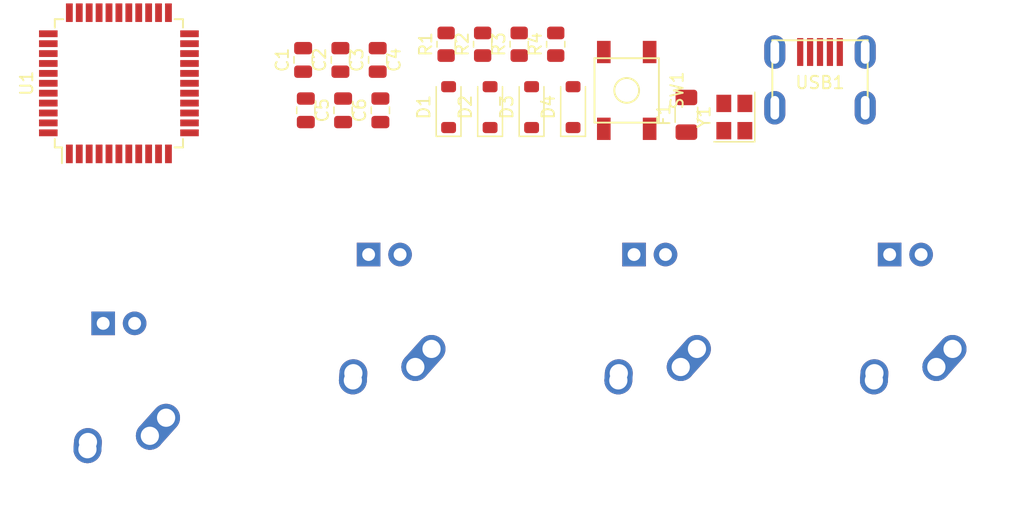
<source format=kicad_pcb>
(kicad_pcb (version 20221018) (generator pcbnew)
  (layers (0 "F.Cu" signal) (31 "B.Cu" signal) (34 "B.Paste" user) (35 "F.Paste" user) (36 "B.SilkS" user "B.Silkscreen") (37 "F.SilkS" user "F.Silkscreen") (38 "B.Mask" user) (39 "F.Mask" user) (44 "Edge.Cuts" user))
  (net 0 "")
  (net 1 "Net-(U1-UCAP)")
  (net 2 "GND")
  (net 3 "+5V")
  (net 4 "Net-(U1-XTAL1)")
  (net 5 "Net-(U1-XTAL2)")
  (net 6 "Row0")
  (net 7 "Net-(D1-A)")
  (net 8 "Net-(D2-A)")
  (net 9 "Net-(D3-A)")
  (net 10 "Net-(D4-A)")
  (net 11 "VCC")
  (net 12 "Col0")
  (net 13 "Col1")
  (net 14 "Net-(U1-~{HWB}{slash}PE2)")
  (net 15 "Net-(U1-D+)")
  (net 16 "D+")
  (net 17 "D-")
  (net 18 "Net-(U1-D-)")
  (net 19 "Net-(U1-~{RESET})")
  (footprint "Capacitor_SMD:C_0805_2012Metric" (layer "F.Cu") (at 42.8725 44.39375 90)
    (fp_text reference "C4" (at 4.06875 7.1325 90) (layer "F.SilkS"))
    (fp_text value "0.1uF")
    (fp_line (start -0.261252 -0.735) (end 0.261252 -0.735) (stroke (width 0.12)) (layer "F.SilkS"))
    (fp_line (start -0.261252 0.735) (end 0.261252 0.735) (stroke (width 0.12)) (layer "F.SilkS"))
    (pad "1" smd roundrect (at -0.95 0 90) (size 1 1.45) (layers "F.Cu" "F.Paste" "F.Mask") (net 3 "+5V"))
    (pad "2" smd roundrect (at 0.95 0 90) (size 1 1.45) (layers "F.Cu" "F.Paste" "F.Mask") (net 2 "GND"))
  )
  (footprint "Resistor_SMD:R_0805_2012Metric" (layer "F.Cu") (at 57.15 39.06125 90)
    (fp_text reference "R2" (at 0 -1.65 90) (layer "F.SilkS"))
    (fp_text value "22")
    (fp_line (start -0.227064 -0.735) (end 0.227064 -0.735) (stroke (width 0.12)) (layer "F.SilkS"))
    (fp_line (start -0.227064 0.735) (end 0.227064 0.735) (stroke (width 0.12)) (layer "F.SilkS"))
    (pad "1" smd roundrect (at -0.9125 0 90) (size 1.025 1.4) (layers "F.Cu" "F.Paste" "F.Mask") (roundrect_rratio 0.243902) (net 15 "Net-(U1-D+)"))
    (pad "2" smd roundrect (at 0.9125 0 90) (size 1.025 1.4) (layers "F.Cu" "F.Paste" "F.Mask") (roundrect_rratio 0.243902) (net 16 "D+"))
  )
  (footprint "Capacitor_SMD:C_0805_2012Metric" (layer "F.Cu") (at 48.8925 44.39375 90)
    (fp_text reference "C6" (at 0 -1.68 90) (layer "F.SilkS"))
    (fp_text value "22pF")
    (fp_line (start -0.261252 -0.735) (end 0.261252 -0.735) (stroke (width 0.12)) (layer "F.SilkS"))
    (fp_line (start -0.261252 0.735) (end 0.261252 0.735) (stroke (width 0.12)) (layer "F.SilkS"))
    (pad "1" smd roundrect (at -0.95 0 90) (size 1 1.45) (layers "F.Cu" "F.Paste" "F.Mask") (net 2 "GND"))
    (pad "2" smd roundrect (at 0.95 0 90) (size 1 1.45) (layers "F.Cu" "F.Paste" "F.Mask") (net 5 "Net-(U1-XTAL2)"))
  )
  (footprint "Resistor_SMD:R_0805_2012Metric" (layer "F.Cu") (at 54.2 39.06125 90)
    (fp_text reference "R1" (at 0 -1.65 90) (layer "F.SilkS"))
    (fp_text value "10k")
    (fp_line (start -0.227064 -0.735) (end 0.227064 -0.735) (stroke (width 0.12)) (layer "F.SilkS"))
    (fp_line (start -0.227064 0.735) (end 0.227064 0.735) (stroke (width 0.12)) (layer "F.SilkS"))
    (pad "1" smd roundrect (at -0.9125 0 90) (size 1.025 1.4) (layers "F.Cu" "F.Paste" "F.Mask") (roundrect_rratio 0.243902) (net 2 "GND"))
    (pad "2" smd roundrect (at 0.9125 0 90) (size 1.025 1.4) (layers "F.Cu" "F.Paste" "F.Mask") (roundrect_rratio 0.243902) (net 14 "Net-(U1-~{HWB}{slash}PE2)"))
  )
  (footprint "MX_Alps_Hybrid:MX-1U" (layer "F.Cu") (at 70.64375 61.11875 180)
    (fp_text reference "MX2")
    (fp_text value "MX-NoLED")
    (pad "" np_thru_hole circle (at -5.08 0 228.0996) (size 1.75 1.75) (drill 1.75) (layers "*.Cu" "*.Mask"))
    (pad "" np_thru_hole circle (at 0 0 180) (size 3.9878 3.9878) (drill 3.9878) (layers "*.Cu" "*.Mask"))
    (pad "" np_thru_hole circle (at 5.08 0 228.0996) (size 1.75 1.75) (drill 1.75) (layers "*.Cu" "*.Mask"))
    (pad "1" thru_hole oval (at -3.81 -2.54 228.0996) (size 4.211556 2.25) (drill 1.47 (offset 0.980778 0)) (layers "*.Cu" "B.Mask") (net 12 "Col0"))
    (pad "1" thru_hole circle (at -2.5 -4 180) (size 2.25 2.25) (drill 1.47) (layers "*.Cu" "B.Mask") (net 12 "Col0"))
    (pad "2" thru_hole oval (at 2.5 -4.5 266.0548) (size 2.831378 2.25) (drill 1.47 (offset 0.290689 0)) (layers "*.Cu" "B.Mask") (net 8 "Net-(D2-A)"))
    (pad "2" thru_hole circle (at 2.54 -5.08 180) (size 2.25 2.25) (drill 1.47) (layers "*.Cu" "B.Mask") (net 8 "Net-(D2-A)"))
    (pad "3" thru_hole circle (at -1.27 5.08 180) (size 1.905 1.905) (drill 1.04) (layers "*.Cu" "B.Mask"))
    (pad "4" thru_hole rect (at 1.27 5.08 180) (size 1.905 1.905) (drill 1.04) (layers "*.Cu" "B.Mask"))
  )
  (footprint "Crystal:Crystal_SMD_3225-4Pin_3.2x2.5mm" (layer "F.Cu") (at 77.47125 44.9375 90)
    (fp_text reference "Y1" (at 0 -2.45 90) (layer "F.SilkS"))
    (fp_text value "16MHz")
    (fp_line (start -2 -1.65) (end -2 1.65) (stroke (width 0.12)) (layer "F.SilkS"))
    (fp_line (start -2 1.65) (end 2 1.65) (stroke (width 0.12)) (layer "F.SilkS"))
    (pad "1" smd rect (at -1.1 0.85 90) (size 1.4 1.2) (layers "F.Cu" "F.Paste" "F.Mask") (net 4 "Net-(U1-XTAL1)"))
    (pad "2" smd rect (at 1.1 0.85 90) (size 1.4 1.2) (layers "F.Cu" "F.Paste" "F.Mask") (net 2 "GND"))
    (pad "3" smd rect (at 1.1 -0.85 90) (size 1.4 1.2) (layers "F.Cu" "F.Paste" "F.Mask") (net 5 "Net-(U1-XTAL2)"))
    (pad "4" smd rect (at -1.1 -0.85 90) (size 1.4 1.2) (layers "F.Cu" "F.Paste" "F.Mask") (net 2 "GND"))
  )
  (footprint "MX_Alps_Hybrid:MX-1U" (layer "F.Cu") (at 27.78125 66.675 180)
    (fp_text reference "MX1")
    (fp_text value "MX-NoLED")
    (pad "" np_thru_hole circle (at -5.08 0 228.0996) (size 1.75 1.75) (drill 1.75) (layers "*.Cu" "*.Mask"))
    (pad "" np_thru_hole circle (at 0 0 180) (size 3.9878 3.9878) (drill 3.9878) (layers "*.Cu" "*.Mask"))
    (pad "" np_thru_hole circle (at 5.08 0 228.0996) (size 1.75 1.75) (drill 1.75) (layers "*.Cu" "*.Mask"))
    (pad "1" thru_hole oval (at -3.81 -2.54 228.0996) (size 4.211556 2.25) (drill 1.47 (offset 0.980778 0)) (layers "*.Cu" "B.Mask") (net 12 "Col0"))
    (pad "1" thru_hole circle (at -2.5 -4 180) (size 2.25 2.25) (drill 1.47) (layers "*.Cu" "B.Mask") (net 12 "Col0"))
    (pad "2" thru_hole oval (at 2.5 -4.5 266.0548) (size 2.831378 2.25) (drill 1.47 (offset 0.290689 0)) (layers "*.Cu" "B.Mask") (net 7 "Net-(D1-A)"))
    (pad "2" thru_hole circle (at 2.54 -5.08 180) (size 2.25 2.25) (drill 1.47) (layers "*.Cu" "B.Mask") (net 7 "Net-(D1-A)"))
    (pad "3" thru_hole circle (at -1.27 5.08 180) (size 1.905 1.905) (drill 1.04) (layers "*.Cu" "B.Mask"))
    (pad "4" thru_hole rect (at 1.27 5.08 180) (size 1.905 1.905) (drill 1.04) (layers "*.Cu" "B.Mask"))
  )
  (footprint "Capacitor_SMD:C_0805_2012Metric" (layer "F.Cu") (at 48.675 40.325 90)
    (fp_text reference "C3" (at 0 -1.68 90) (layer "F.SilkS"))
    (fp_text value "0.1uF")
    (fp_line (start -0.261252 -0.735) (end 0.261252 -0.735) (stroke (width 0.12)) (layer "F.SilkS"))
    (fp_line (start -0.261252 0.735) (end 0.261252 0.735) (stroke (width 0.12)) (layer "F.SilkS"))
    (pad "1" smd roundrect (at -0.95 0 90) (size 1 1.45) (layers "F.Cu" "F.Paste" "F.Mask") (net 3 "+5V"))
    (pad "2" smd roundrect (at 0.95 0 90) (size 1 1.45) (layers "F.Cu" "F.Paste" "F.Mask") (net 2 "GND"))
  )
  (footprint "MX_Alps_Hybrid:MX-1U" (layer "F.Cu") (at 49.2125 61.11875 180)
    (fp_text reference "MX4")
    (fp_text value "MX-NoLED")
    (pad "" np_thru_hole circle (at -5.08 0 228.0996) (size 1.75 1.75) (drill 1.75) (layers "*.Cu" "*.Mask"))
    (pad "" np_thru_hole circle (at 0 0 180) (size 3.9878 3.9878) (drill 3.9878) (layers "*.Cu" "*.Mask"))
    (pad "" np_thru_hole circle (at 5.08 0 228.0996) (size 1.75 1.75) (drill 1.75) (layers "*.Cu" "*.Mask"))
    (pad "1" thru_hole oval (at -3.81 -2.54 228.0996) (size 4.211556 2.25) (drill 1.47 (offset 0.980778 0)) (layers "*.Cu" "B.Mask") (net 13 "Col1"))
    (pad "1" thru_hole circle (at -2.5 -4 180) (size 2.25 2.25) (drill 1.47) (layers "*.Cu" "B.Mask") (net 13 "Col1"))
    (pad "2" thru_hole oval (at 2.5 -4.5 266.0548) (size 2.831378 2.25) (drill 1.47 (offset 0.290689 0)) (layers "*.Cu" "B.Mask") (net 10 "Net-(D4-A)"))
    (pad "2" thru_hole circle (at 2.54 -5.08 180) (size 2.25 2.25) (drill 1.47) (layers "*.Cu" "B.Mask") (net 10 "Net-(D4-A)"))
    (pad "3" thru_hole circle (at -1.27 5.08 180) (size 1.905 1.905) (drill 1.04) (layers "*.Cu" "B.Mask"))
    (pad "4" thru_hole rect (at 1.27 5.08 180) (size 1.905 1.905) (drill 1.04) (layers "*.Cu" "B.Mask"))
  )
  (footprint "MX_Alps_Hybrid:MX-1U" (layer "F.Cu") (at 91.28125 61.11875 180)
    (fp_text reference "MX3")
    (fp_text value "MX-NoLED")
    (pad "" np_thru_hole circle (at -5.08 0 228.0996) (size 1.75 1.75) (drill 1.75) (layers "*.Cu" "*.Mask"))
    (pad "" np_thru_hole circle (at 0 0 180) (size 3.9878 3.9878) (drill 3.9878) (layers "*.Cu" "*.Mask"))
    (pad "" np_thru_hole circle (at 5.08 0 228.0996) (size 1.75 1.75) (drill 1.75) (layers "*.Cu" "*.Mask"))
    (pad "1" thru_hole oval (at -3.81 -2.54 228.0996) (size 4.211556 2.25) (drill 1.47 (offset 0.980778 0)) (layers "*.Cu" "B.Mask") (net 13 "Col1"))
    (pad "1" thru_hole circle (at -2.5 -4 180) (size 2.25 2.25) (drill 1.47) (layers "*.Cu" "B.Mask") (net 13 "Col1"))
    (pad "2" thru_hole oval (at 2.5 -4.5 266.0548) (size 2.831378 2.25) (drill 1.47 (offset 0.290689 0)) (layers "*.Cu" "B.Mask") (net 9 "Net-(D3-A)"))
    (pad "2" thru_hole circle (at 2.54 -5.08 180) (size 2.25 2.25) (drill 1.47) (layers "*.Cu" "B.Mask") (net 9 "Net-(D3-A)"))
    (pad "3" thru_hole circle (at -1.27 5.08 180) (size 1.905 1.905) (drill 1.04) (layers "*.Cu" "B.Mask"))
    (pad "4" thru_hole rect (at 1.27 5.08 180) (size 1.905 1.905) (drill 1.04) (layers "*.Cu" "B.Mask"))
  )
  (footprint "Package_QFP:TQFP-44_10x10mm_P0.8mm" (layer "F.Cu") (at 27.78125 42.2125 90)
    (fp_text reference "U1" (at 0 -7.45 90) (layer "F.SilkS"))
    (fp_text value "ATmega32U4-A")
    (fp_line (start -5.175 -5.175) (end -5.175 -4.6) (stroke (width 0.15)) (layer "F.SilkS"))
    (fp_line (start -5.175 -5.175) (end -4.5 -5.175) (stroke (width 0.15)) (layer "F.SilkS"))
    (fp_line (start -5.175 -4.6) (end -6.45 -4.6) (stroke (width 0.15)) (layer "F.SilkS"))
    (fp_line (start -5.175 5.175) (end -5.175 4.5) (stroke (width 0.15)) (layer "F.SilkS"))
    (fp_line (start -5.175 5.175) (end -4.5 5.175) (stroke (width 0.15)) (layer "F.SilkS"))
    (fp_line (start 5.175 -5.175) (end 4.5 -5.175) (stroke (width 0.15)) (layer "F.SilkS"))
    (fp_line (start 5.175 -5.175) (end 5.175 -4.5) (stroke (width 0.15)) (layer "F.SilkS"))
    (fp_line (start 5.175 5.175) (end 4.5 5.175) (stroke (width 0.15)) (layer "F.SilkS"))
    (fp_line (start 5.175 5.175) (end 5.175 4.5) (stroke (width 0.15)) (layer "F.SilkS"))
    (pad "1" smd rect (at -5.7 -4 90) (size 1.5 0.55) (layers "F.Cu" "F.Paste" "F.Mask"))
    (pad "2" smd rect (at -5.7 -3.2 90) (size 1.5 0.55) (layers "F.Cu" "F.Paste" "F.Mask") (net 3 "+5V"))
    (pad "3" smd rect (at -5.7 -2.4 90) (size 1.5 0.55) (layers "F.Cu" "F.Paste" "F.Mask") (net 18 "Net-(U1-D-)"))
    (pad "4" smd rect (at -5.7 -1.6 90) (size 1.5 0.55) (layers "F.Cu" "F.Paste" "F.Mask") (net 15 "Net-(U1-D+)"))
    (pad "5" smd rect (at -5.7 -0.8 90) (size 1.5 0.55) (layers "F.Cu" "F.Paste" "F.Mask") (net 2 "GND"))
    (pad "6" smd rect (at -5.7 0 90) (size 1.5 0.55) (layers "F.Cu" "F.Paste" "F.Mask") (net 1 "Net-(U1-UCAP)"))
    (pad "7" smd rect (at -5.7 0.8 90) (size 1.5 0.55) (layers "F.Cu" "F.Paste" "F.Mask") (net 3 "+5V"))
    (pad "8" smd rect (at -5.7 1.6 90) (size 1.5 0.55) (layers "F.Cu" "F.Paste" "F.Mask"))
    (pad "9" smd rect (at -5.7 2.4 90) (size 1.5 0.55) (layers "F.Cu" "F.Paste" "F.Mask"))
    (pad "10" smd rect (at -5.7 3.2 90) (size 1.5 0.55) (layers "F.Cu" "F.Paste" "F.Mask"))
    (pad "11" smd rect (at -5.7 4 90) (size 1.5 0.55) (layers "F.Cu" "F.Paste" "F.Mask"))
    (pad "12" smd rect (at -4 5.7 180) (size 1.5 0.55) (layers "F.Cu" "F.Paste" "F.Mask"))
    (pad "13" smd rect (at -3.2 5.7 180) (size 1.5 0.55) (layers "F.Cu" "F.Paste" "F.Mask") (net 19 "Net-(U1-~{RESET})"))
    (pad "14" smd rect (at -2.4 5.7 180) (size 1.5 0.55) (layers "F.Cu" "F.Paste" "F.Mask") (net 3 "+5V"))
    (pad "15" smd rect (at -1.6 5.7 180) (size 1.5 0.55) (layers "F.Cu" "F.Paste" "F.Mask") (net 2 "GND"))
    (pad "16" smd rect (at -0.8 5.7 180) (size 1.5 0.55) (layers "F.Cu" "F.Paste" "F.Mask") (net 5 "Net-(U1-XTAL2)"))
    (pad "17" smd rect (at 0 5.7 180) (size 1.5 0.55) (layers "F.Cu" "F.Paste" "F.Mask") (net 4 "Net-(U1-XTAL1)"))
    (pad "18" smd rect (at 0.8 5.7 180) (size 1.5 0.55) (layers "F.Cu" "F.Paste" "F.Mask"))
    (pad "19" smd rect (at 1.6 5.7 180) (size 1.5 0.55) (layers "F.Cu" "F.Paste" "F.Mask"))
    (pad "20" smd rect (at 2.4 5.7 180) (size 1.5 0.55) (layers "F.Cu" "F.Paste" "F.Mask"))
    (pad "21" smd rect (at 3.2 5.7 180) (size 1.5 0.55) (layers "F.Cu" "F.Paste" "F.Mask"))
    (pad "22" smd rect (at 4 5.7 180) (size 1.5 0.55) (layers "F.Cu" "F.Paste" "F.Mask"))
    (pad "23" smd rect (at 5.7 4 90) (size 1.5 0.55) (layers "F.Cu" "F.Paste" "F.Mask") (net 2 "GND"))
    (pad "24" smd rect (at 5.7 3.2 90) (size 1.5 0.55) (layers "F.Cu" "F.Paste" "F.Mask") (net 3 "+5V"))
    (pad "25" smd rect (at 5.7 2.4 90) (size 1.5 0.55) (layers "F.Cu" "F.Paste" "F.Mask"))
    (pad "26" smd rect (at 5.7 1.6 90) (size 1.5 0.55) (layers "F.Cu" "F.Paste" "F.Mask"))
    (pad "27" smd rect (at 5.7 0.8 90) (size 1.5 0.55) (layers "F.Cu" "F.Paste" "F.Mask") (net 6 "Row0"))
    (pad "28" smd rect (at 5.7 0 90) (size 1.5 0.55) (layers "F.Cu" "F.Paste" "F.Mask") (net 12 "Col0"))
    (pad "29" smd rect (at 5.7 -0.8 90) (size 1.5 0.55) (layers "F.Cu" "F.Paste" "F.Mask") (net 13 "Col1"))
    (pad "30" smd rect (at 5.7 -1.6 90) (size 1.5 0.55) (layers "F.Cu" "F.Paste" "F.Mask"))
    (pad "31" smd rect (at 5.7 -2.4 90) (size 1.5 0.55) (layers "F.Cu" "F.Paste" "F.Mask"))
    (pad "32" smd rect (at 5.7 -3.2 90) (size 1.5 0.55) (layers "F.Cu" "F.Paste" "F.Mask"))
    (pad "33" smd rect (at 5.7 -4 90) (size 1.5 0.55) (layers "F.Cu" "F.Paste" "F.Mask") (net 14 "Net-(U1-~{HWB}{slash}PE2)"))
    (pad "34" smd rect (at 4 -5.7 180) (size 1.5 0.55) (layers "F.Cu" "F.Paste" "F.Mask") (net 3 "+5V"))
    (pad "35" smd rect (at 3.2 -5.7 180) (size 1.5 0.55) (layers "F.Cu" "F.Paste" "F.Mask") (net 2 "GND"))
    (pad "36" smd rect (at 2.4 -5.7 180) (size 1.5 0.55) (layers "F.Cu" "F.Paste" "F.Mask"))
    (pad "37" smd rect (at 1.6 -5.7 180) (size 1.5 0.55) (layers "F.Cu" "F.Paste" "F.Mask"))
    (pad "38" smd rect (at 0.8 -5.7 180) (size 1.5 0.55) (layers "F.Cu" "F.Paste" "F.Mask"))
    (pad "39" smd rect (at 0 -5.7 180) (size 1.5 0.55) (layers "F.Cu" "F.Paste" "F.Mask"))
    (pad "40" smd rect (at -0.8 -5.7 180) (size 1.5 0.55) (layers "F.Cu" "F.Paste" "F.Mask"))
    (pad "41" smd rect (at -1.6 -5.7 180) (size 1.5 0.55) (layers "F.Cu" "F.Paste" "F.Mask"))
    (pad "42" smd rect (at -2.4 -5.7 180) (size 1.5 0.55) (layers "F.Cu" "F.Paste" "F.Mask"))
    (pad "43" smd rect (at -3.2 -5.7 180) (size 1.5 0.55) (layers "F.Cu" "F.Paste" "F.Mask") (net 2 "GND"))
    (pad "44" smd rect (at -4 -5.7 180) (size 1.5 0.55) (layers "F.Cu" "F.Paste" "F.Mask") (net 3 "+5V"))
  )
  (footprint "Capacitor_SMD:C_0805_2012Metric" (layer "F.Cu") (at 42.655 40.325 90)
    (fp_text reference "C1" (at 0 -1.68 90) (layer "F.SilkS"))
    (fp_text value "1uF")
    (fp_line (start -0.261252 -0.735) (end 0.261252 -0.735) (stroke (width 0.12)) (layer "F.SilkS"))
    (fp_line (start -0.261252 0.735) (end 0.261252 0.735) (stroke (width 0.12)) (layer "F.SilkS"))
    (pad "1" smd roundrect (at -0.95 0 90) (size 1 1.45) (layers "F.Cu" "F.Paste" "F.Mask") (net 1 "Net-(U1-UCAP)"))
    (pad "2" smd roundrect (at 0.95 0 90) (size 1 1.45) (layers "F.Cu" "F.Paste" "F.Mask") (net 2 "GND"))
  )
  (footprint "Diode_SMD:D_SOD-123" (layer "F.Cu") (at 57.75 44.13625 90)
    (fp_text reference "D2" (at 0 -2 90) (layer "F.SilkS"))
    (fp_text value "D_Small")
    (fp_line (start -2.36 -1) (end -2.36 1) (stroke (width 0.12)) (layer "F.SilkS"))
    (fp_line (start -2.36 -1) (end 1.65 -1) (stroke (width 0.12)) (layer "F.SilkS"))
    (fp_line (start -2.36 1) (end 1.65 1) (stroke (width 0.12)) (layer "F.SilkS"))
    (pad "1" smd roundrect (at -1.65 0 90) (size 0.9 1.2) (layers "F.Cu" "F.Paste" "F.Mask") (net 6 "Row0"))
    (pad "2" smd roundrect (at 1.65 0 90) (size 0.9 1.2) (layers "F.Cu" "F.Paste" "F.Mask") (net 8 "Net-(D2-A)"))
  )
  (footprint "Diode_SMD:D_SOD-123" (layer "F.Cu") (at 61.1 44.13625 90)
    (fp_text reference "D3" (at 0 -2 90) (layer "F.SilkS"))
    (fp_text value "D_Small")
    (fp_line (start -2.36 -1) (end -2.36 1) (stroke (width 0.12)) (layer "F.SilkS"))
    (fp_line (start -2.36 -1) (end 1.65 -1) (stroke (width 0.12)) (layer "F.SilkS"))
    (fp_line (start -2.36 1) (end 1.65 1) (stroke (width 0.12)) (layer "F.SilkS"))
    (pad "1" smd roundrect (at -1.65 0 90) (size 0.9 1.2) (layers "F.Cu" "F.Paste" "F.Mask") (net 6 "Row0"))
    (pad "2" smd roundrect (at 1.65 0 90) (size 0.9 1.2) (layers "F.Cu" "F.Paste" "F.Mask") (net 9 "Net-(D3-A)"))
  )
  (footprint "Capacitor_SMD:C_0805_2012Metric" (layer "F.Cu") (at 45.665 40.325 90)
    (fp_text reference "C2" (at 0 -1.68 90) (layer "F.SilkS"))
    (fp_text value "0.1uF")
    (fp_line (start -0.261252 -0.735) (end 0.261252 -0.735) (stroke (width 0.12)) (layer "F.SilkS"))
    (fp_line (start -0.261252 0.735) (end 0.261252 0.735) (stroke (width 0.12)) (layer "F.SilkS"))
    (pad "1" smd roundrect (at -0.95 0 90) (size 1 1.45) (layers "F.Cu" "F.Paste" "F.Mask") (net 3 "+5V"))
    (pad "2" smd roundrect (at 0.95 0 90) (size 1 1.45) (layers "F.Cu" "F.Paste" "F.Mask") (net 2 "GND"))
  )
  (footprint "Capacitor_SMD:C_0805_2012Metric" (layer "F.Cu") (at 45.8825 44.39375 90)
    (fp_text reference "C5" (at 0 -1.68 90) (layer "F.SilkS"))
    (fp_text value "22pF")
    (fp_line (start -0.261252 -0.735) (end 0.261252 -0.735) (stroke (width 0.12)) (layer "F.SilkS"))
    (fp_line (start -0.261252 0.735) (end 0.261252 0.735) (stroke (width 0.12)) (layer "F.SilkS"))
    (pad "1" smd roundrect (at -0.95 0 90) (size 1 1.45) (layers "F.Cu" "F.Paste" "F.Mask") (net 2 "GND"))
    (pad "2" smd roundrect (at 0.95 0 90) (size 1 1.45) (layers "F.Cu" "F.Paste" "F.Mask") (net 4 "Net-(U1-XTAL1)"))
  )
  (footprint "random-keyboard-parts:SKQG-1155865" (layer "F.Cu") (at 68.78125 42.7875 90)
    (fp_text reference "SW1" (at 0 4.064 90) (layer "F.SilkS"))
    (fp_text value "SW_PUSH")
    (fp_line (start -2.6 -2.6) (end 2.6 -2.6) (stroke (width 0.15)) (layer "F.SilkS"))
    (fp_line (start -2.6 2.6) (end -2.6 -2.6) (stroke (width 0.15)) (layer "F.SilkS"))
    (fp_line (start 2.6 -2.6) (end 2.6 2.6) (stroke (width 0.15)) (layer "F.SilkS"))
    (fp_line (start 2.6 2.6) (end -2.6 2.6) (stroke (width 0.15)) (layer "F.SilkS"))
    (fp_circle (center 0 0) (end 1 0) (stroke (width 0.15)) (fill none) (layer "F.SilkS"))
    (pad "1" smd rect (at 3.1 1.85 90) (size 1.8 1.1) (layers "F.Cu" "F.Paste" "F.Mask") (net 2 "GND"))
    (pad "2" smd rect (at -3.1 -1.85 90) (size 1.8 1.1) (layers "F.Cu" "F.Paste" "F.Mask") (net 19 "Net-(U1-~{RESET})"))
    (pad "3" smd rect (at 3.1 -1.85 90) (size 1.8 1.1) (layers "F.Cu" "F.Paste" "F.Mask"))
    (pad "4" smd rect (at -3.1 1.85 90) (size 1.8 1.1) (layers "F.Cu" "F.Paste" "F.Mask"))
  )
  (footprint "Fuse:Fuse_1206_3216Metric" (layer "F.Cu") (at 73.60125 44.7575 90)
    (fp_text reference "F1" (at 0 -1.82 90) (layer "F.SilkS"))
    (fp_text value "Polyfuse")
    (fp_line (start -0.602064 -0.91) (end 0.602064 -0.91) (stroke (width 0.12)) (layer "F.SilkS"))
    (fp_line (start -0.602064 0.91) (end 0.602064 0.91) (stroke (width 0.12)) (layer "F.SilkS"))
    (pad "1" smd roundrect (at -1.4 0 90) (size 1.25 1.75) (layers "F.Cu" "F.Paste" "F.Mask") (roundrect_rratio 0.2) (net 3 "+5V"))
    (pad "2" smd roundrect (at 1.4 0 90) (size 1.25 1.75) (layers "F.Cu" "F.Paste" "F.Mask") (roundrect_rratio 0.2) (net 11 "VCC"))
  )
  (footprint "random-keyboard-parts:Molex-0548190589" (layer "F.Cu") (at 84.3875 44.1875 90)
    (fp_text reference "USB1" (at 2.032 0) (layer "F.SilkS"))
    (fp_text value "Molex-0548190589")
    (fp_line (start 0 -3.85) (end 5.45 -3.85) (stroke (width 0.15)) (layer "F.SilkS"))
    (fp_line (start 0 3.85) (end 5.45 3.85) (stroke (width 0.15)) (layer "F.SilkS"))
    (fp_line (start 5.45 -3.85) (end 5.45 3.85) (stroke (width 0.15)) (layer "F.SilkS"))
    (pad "1" smd rect (at 4.5 1.6 90) (size 2.25 0.5) (layers "F.Cu" "F.Paste" "F.Mask") (net 2 "GND"))
    (pad "2" smd rect (at 4.5 0.8 90) (size 2.25 0.5) (layers "F.Cu" "F.Paste" "F.Mask"))
    (pad "3" smd rect (at 4.5 0 90) (size 2.25 0.5) (layers "F.Cu" "F.Paste" "F.Mask") (net 16 "D+"))
    (pad "4" smd rect (at 4.5 -0.8 90) (size 2.25 0.5) (layers "F.Cu" "F.Paste" "F.Mask") (net 17 "D-"))
    (pad "5" smd rect (at 4.5 -1.6 90) (size 2.25 0.5) (layers "F.Cu" "F.Paste" "F.Mask") (net 11 "VCC"))
    (pad "6" thru_hole oval (at 0 -3.65 90) (size 2.7 1.7) (drill oval 1.9 0.7) (layers "*.Cu" "*.Mask"))
    (pad "6" thru_hole oval (at 0 3.65 90) (size 2.7 1.7) (drill oval 1.9 0.7) (layers "*.Cu" "*.Mask"))
    (pad "6" thru_hole oval (at 4.5 -3.65 90) (size 2.7 1.7) (drill oval 1.9 0.7) (layers "*.Cu" "*.Mask"))
    (pad "6" thru_hole oval (at 4.5 3.65 90) (size 2.7 1.7) (drill oval 1.9 0.7) (layers "*.Cu" "*.Mask"))
  )
  (footprint "Resistor_SMD:R_0805_2012Metric" (layer "F.Cu") (at 63.05 39.06125 90)
    (fp_text reference "R4" (at 0 -1.65 90) (layer "F.SilkS"))
    (fp_text value "10k")
    (fp_line (start -0.227064 -0.735) (end 0.227064 -0.735) (stroke (width 0.12)) (layer "F.SilkS"))
    (fp_line (start -0.227064 0.735) (end 0.227064 0.735) (stroke (width 0.12)) (layer "F.SilkS"))
    (pad "1" smd roundrect (at -0.9125 0 90) (size 1.025 1.4) (layers "F.Cu" "F.Paste" "F.Mask") (roundrect_rratio 0.243902) (net 3 "+5V"))
    (pad "2" smd roundrect (at 0.9125 0 90) (size 1.025 1.4) (layers "F.Cu" "F.Paste" "F.Mask") (roundrect_rratio 0.243902) (net 19 "Net-(U1-~{RESET})"))
  )
  (footprint "Resistor_SMD:R_0805_2012Metric" (layer "F.Cu") (at 60.1 39.06125 90)
    (fp_text reference "R3" (at 0 -1.65 90) (layer "F.SilkS"))
    (fp_text value "22")
    (fp_line (start -0.227064 -0.735) (end 0.227064 -0.735) (stroke (width 0.12)) (layer "F.SilkS"))
    (fp_line (start -0.227064 0.735) (end 0.227064 0.735) (stroke (width 0.12)) (layer "F.SilkS"))
    (pad "1" smd roundrect (at -0.9125 0 90) (size 1.025 1.4) (layers "F.Cu" "F.Paste" "F.Mask") (roundrect_rratio 0.243902) (net 17 "D-"))
    (pad "2" smd roundrect (at 0.9125 0 90) (size 1.025 1.4) (layers "F.Cu" "F.Paste" "F.Mask") (roundrect_rratio 0.243902) (net 18 "Net-(U1-D-)"))
  )
  (footprint "Diode_SMD:D_SOD-123" (layer "F.Cu") (at 64.45 44.13625 90)
    (fp_text reference "D4" (at 0 -2 90) (layer "F.SilkS"))
    (fp_text value "D_Small")
    (fp_line (start -2.36 -1) (end -2.36 1) (stroke (width 0.12)) (layer "F.SilkS"))
    (fp_line (start -2.36 -1) (end 1.65 -1) (stroke (width 0.12)) (layer "F.SilkS"))
    (fp_line (start -2.36 1) (end 1.65 1) (stroke (width 0.12)) (layer "F.SilkS"))
    (pad "1" smd roundrect (at -1.65 0 90) (size 0.9 1.2) (layers "F.Cu" "F.Paste" "F.Mask") (net 6 "Row0"))
    (pad "2" smd roundrect (at 1.65 0 90) (size 0.9 1.2) (layers "F.Cu" "F.Paste" "F.Mask") (net 10 "Net-(D4-A)"))
  )
  (footprint "Diode_SMD:D_SOD-123" (layer "F.Cu") (at 54.4 44.13625 90)
    (fp_text reference "D1" (at 0 -2 90) (layer "F.SilkS"))
    (fp_text value "D_Small")
    (fp_line (start -2.36 -1) (end -2.36 1) (stroke (width 0.12)) (layer "F.SilkS"))
    (fp_line (start -2.36 -1) (end 1.65 -1) (stroke (width 0.12)) (layer "F.SilkS"))
    (fp_line (start -2.36 1) (end 1.65 1) (stroke (width 0.12)) (layer "F.SilkS"))
    (pad "1" smd roundrect (at -1.65 0 90) (size 0.9 1.2) (layers "F.Cu" "F.Paste" "F.Mask") (net 6 "Row0"))
    (pad "2" smd roundrect (at 1.65 0 90) (size 0.9 1.2) (layers "F.Cu" "F.Paste" "F.Mask") (net 7 "Net-(D1-A)"))
  )
)
</source>
